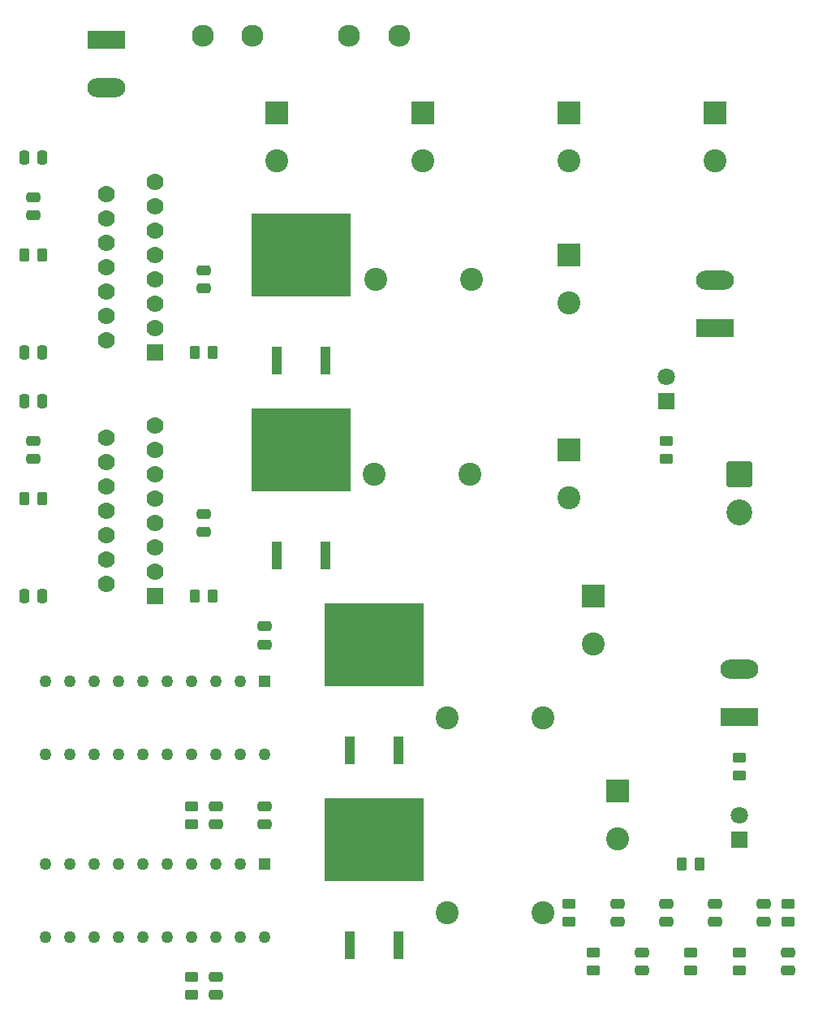
<source format=gbr>
%TF.GenerationSoftware,KiCad,Pcbnew,(6.0.1)*%
%TF.CreationDate,2022-02-19T17:03:56+01:00*%
%TF.ProjectId,PSU,5053552e-6b69-4636-9164-5f7063625858,rev?*%
%TF.SameCoordinates,Original*%
%TF.FileFunction,Soldermask,Top*%
%TF.FilePolarity,Negative*%
%FSLAX46Y46*%
G04 Gerber Fmt 4.6, Leading zero omitted, Abs format (unit mm)*
G04 Created by KiCad (PCBNEW (6.0.1)) date 2022-02-19 17:03:56*
%MOMM*%
%LPD*%
G01*
G04 APERTURE LIST*
G04 Aperture macros list*
%AMRoundRect*
0 Rectangle with rounded corners*
0 $1 Rounding radius*
0 $2 $3 $4 $5 $6 $7 $8 $9 X,Y pos of 4 corners*
0 Add a 4 corners polygon primitive as box body*
4,1,4,$2,$3,$4,$5,$6,$7,$8,$9,$2,$3,0*
0 Add four circle primitives for the rounded corners*
1,1,$1+$1,$2,$3*
1,1,$1+$1,$4,$5*
1,1,$1+$1,$6,$7*
1,1,$1+$1,$8,$9*
0 Add four rect primitives between the rounded corners*
20,1,$1+$1,$2,$3,$4,$5,0*
20,1,$1+$1,$4,$5,$6,$7,0*
20,1,$1+$1,$6,$7,$8,$9,0*
20,1,$1+$1,$8,$9,$2,$3,0*%
G04 Aperture macros list end*
%ADD10RoundRect,0.250000X0.450000X-0.262500X0.450000X0.262500X-0.450000X0.262500X-0.450000X-0.262500X0*%
%ADD11C,1.800000*%
%ADD12R,1.800000X1.800000*%
%ADD13RoundRect,0.250000X0.262500X0.450000X-0.262500X0.450000X-0.262500X-0.450000X0.262500X-0.450000X0*%
%ADD14RoundRect,0.250000X-0.450000X0.262500X-0.450000X-0.262500X0.450000X-0.262500X0.450000X0.262500X0*%
%ADD15RoundRect,0.250000X-0.262500X-0.450000X0.262500X-0.450000X0.262500X0.450000X-0.262500X0.450000X0*%
%ADD16R,1.778000X1.778000*%
%ADD17C,1.778000*%
%ADD18R,0.990600X2.997200*%
%ADD19R,10.337800X8.712200*%
%ADD20C,2.400000*%
%ADD21O,3.960000X1.980000*%
%ADD22R,3.960000X1.980000*%
%ADD23C,2.300000*%
%ADD24C,2.700000*%
%ADD25RoundRect,0.250001X-1.099999X1.099999X-1.099999X-1.099999X1.099999X-1.099999X1.099999X1.099999X0*%
%ADD26R,1.270000X1.270000*%
%ADD27C,1.270000*%
%ADD28RoundRect,0.250000X0.475000X-0.250000X0.475000X0.250000X-0.475000X0.250000X-0.475000X-0.250000X0*%
%ADD29RoundRect,0.250000X-0.475000X0.250000X-0.475000X-0.250000X0.475000X-0.250000X0.475000X0.250000X0*%
%ADD30RoundRect,0.250000X-0.250000X-0.475000X0.250000X-0.475000X0.250000X0.475000X-0.250000X0.475000X0*%
%ADD31R,2.400000X2.400000*%
G04 APERTURE END LIST*
D10*
%TO.C,R2*%
X76200000Y-120292500D03*
X76200000Y-118467500D03*
%TD*%
%TO.C,R14*%
X83820000Y-66952500D03*
X83820000Y-65127500D03*
%TD*%
%TO.C,R13*%
X91440000Y-99972500D03*
X91440000Y-98147500D03*
%TD*%
D11*
%TO.C,D2*%
X83820000Y-58420000D03*
D12*
X83820000Y-60960000D03*
%TD*%
%TO.C,D1*%
X91440000Y-106680000D03*
D11*
X91440000Y-104140000D03*
%TD*%
D13*
%TO.C,R12*%
X18692500Y-71120000D03*
X16867500Y-71120000D03*
%TD*%
D10*
%TO.C,R11*%
X34290000Y-122832500D03*
X34290000Y-121007500D03*
%TD*%
D13*
%TO.C,R10*%
X36472500Y-81280000D03*
X34647500Y-81280000D03*
%TD*%
D14*
%TO.C,R9*%
X96520000Y-113387500D03*
X96520000Y-115212500D03*
%TD*%
%TO.C,R8*%
X91440000Y-118467500D03*
X91440000Y-120292500D03*
%TD*%
%TO.C,R7*%
X86360000Y-118467500D03*
X86360000Y-120292500D03*
%TD*%
D13*
%TO.C,R6*%
X18692500Y-45720000D03*
X16867500Y-45720000D03*
%TD*%
D10*
%TO.C,R5*%
X34290000Y-105052500D03*
X34290000Y-103227500D03*
%TD*%
D13*
%TO.C,R4*%
X36472500Y-55880000D03*
X34647500Y-55880000D03*
%TD*%
D15*
%TO.C,R3*%
X85447500Y-109220000D03*
X87272500Y-109220000D03*
%TD*%
D10*
%TO.C,R1*%
X73660000Y-115212500D03*
X73660000Y-113387500D03*
%TD*%
D16*
%TO.C,U6*%
X30480000Y-81280000D03*
D17*
X25400000Y-80010000D03*
X30480000Y-78740000D03*
X25400000Y-77470000D03*
X30480000Y-76200000D03*
X25400000Y-74930000D03*
X30480000Y-73660000D03*
X25400000Y-72390000D03*
X30480000Y-71120000D03*
X25400000Y-69850000D03*
X30480000Y-68580000D03*
X25400000Y-67310000D03*
X30480000Y-66040000D03*
X25400000Y-64770000D03*
X30480000Y-63500000D03*
%TD*%
D18*
%TO.C,U5*%
X43180000Y-77050900D03*
X48260000Y-77050900D03*
D19*
X45720000Y-66040000D03*
%TD*%
D18*
%TO.C,U4*%
X50800000Y-117690900D03*
X55880000Y-117690900D03*
D19*
X53340000Y-106680000D03*
%TD*%
D16*
%TO.C,U3*%
X30480000Y-55880000D03*
D17*
X25400000Y-54610000D03*
X30480000Y-53340000D03*
X25400000Y-52070000D03*
X30480000Y-50800000D03*
X25400000Y-49530000D03*
X30480000Y-48260000D03*
X25400000Y-46990000D03*
X30480000Y-45720000D03*
X25400000Y-44450000D03*
X30480000Y-43180000D03*
X25400000Y-41910000D03*
X30480000Y-40640000D03*
X25400000Y-39370000D03*
X30480000Y-38100000D03*
%TD*%
D18*
%TO.C,U2*%
X43180000Y-56730900D03*
X48260000Y-56730900D03*
D19*
X45720000Y-45720000D03*
%TD*%
D18*
%TO.C,U1*%
X50800000Y-97370900D03*
X55880000Y-97370900D03*
D19*
X53340000Y-86360000D03*
%TD*%
D20*
%TO.C,L4*%
X63340000Y-68580000D03*
X53340000Y-68580000D03*
%TD*%
%TO.C,L3*%
X70960000Y-114300000D03*
X60960000Y-114300000D03*
%TD*%
%TO.C,L2*%
X63500000Y-48260000D03*
X53500000Y-48260000D03*
%TD*%
%TO.C,L1*%
X60960000Y-93980000D03*
X70960000Y-93980000D03*
%TD*%
D21*
%TO.C,J3*%
X91440000Y-88900000D03*
D22*
X91440000Y-93900000D03*
%TD*%
%TO.C,J5*%
X88900000Y-53340000D03*
D21*
X88900000Y-48340000D03*
%TD*%
D22*
%TO.C,J1*%
X25400000Y-23320000D03*
D21*
X25400000Y-28320000D03*
%TD*%
D23*
%TO.C,F1*%
X40640000Y-22860000D03*
X35440000Y-22860000D03*
X55940000Y-22860000D03*
X50740000Y-22860000D03*
%TD*%
D24*
%TO.C,EMER_STOP1*%
X91440000Y-72540000D03*
D25*
X91440000Y-68580000D03*
%TD*%
D26*
%TO.C,CR2*%
X41910000Y-109220000D03*
D27*
X39370000Y-109220000D03*
X36830000Y-109220000D03*
X34290000Y-109220000D03*
X31750000Y-109220000D03*
X29210000Y-109220000D03*
X26670000Y-109220000D03*
X24130000Y-109220000D03*
X21590000Y-109220000D03*
X19050000Y-109220000D03*
X19050000Y-116840000D03*
X21590000Y-116840000D03*
X24130000Y-116840000D03*
X26670000Y-116840000D03*
X29210000Y-116840000D03*
X31750000Y-116840000D03*
X34290000Y-116840000D03*
X36830000Y-116840000D03*
X39370000Y-116840000D03*
X41910000Y-116840000D03*
%TD*%
D26*
%TO.C,CR1*%
X41910000Y-90170000D03*
D27*
X39370000Y-90170000D03*
X36830000Y-90170000D03*
X34290000Y-90170000D03*
X31750000Y-90170000D03*
X29210000Y-90170000D03*
X26670000Y-90170000D03*
X24130000Y-90170000D03*
X21590000Y-90170000D03*
X19050000Y-90170000D03*
X19050000Y-97790000D03*
X21590000Y-97790000D03*
X24130000Y-97790000D03*
X26670000Y-97790000D03*
X29210000Y-97790000D03*
X31750000Y-97790000D03*
X34290000Y-97790000D03*
X36830000Y-97790000D03*
X39370000Y-97790000D03*
X41910000Y-97790000D03*
%TD*%
D28*
%TO.C,C26*%
X17780000Y-66990000D03*
X17780000Y-65090000D03*
%TD*%
D29*
%TO.C,C25*%
X36830000Y-120970000D03*
X36830000Y-122870000D03*
%TD*%
D30*
%TO.C,C24*%
X16830000Y-60960000D03*
X18730000Y-60960000D03*
%TD*%
D31*
%TO.C,C23*%
X88900000Y-30940000D03*
D20*
X88900000Y-35940000D03*
%TD*%
D31*
%TO.C,C22*%
X73660000Y-30940000D03*
D20*
X73660000Y-35940000D03*
%TD*%
%TO.C,C21*%
X73660000Y-71040000D03*
D31*
X73660000Y-66040000D03*
%TD*%
D29*
%TO.C,C20*%
X35560000Y-72710000D03*
X35560000Y-74610000D03*
%TD*%
D30*
%TO.C,C19*%
X16830000Y-81280000D03*
X18730000Y-81280000D03*
%TD*%
D28*
%TO.C,C18*%
X41910000Y-105090000D03*
X41910000Y-103190000D03*
%TD*%
%TO.C,C17*%
X96520000Y-120330000D03*
X96520000Y-118430000D03*
%TD*%
D31*
%TO.C,C16*%
X78740000Y-101600000D03*
D20*
X78740000Y-106600000D03*
%TD*%
D29*
%TO.C,C15*%
X93980000Y-113350000D03*
X93980000Y-115250000D03*
%TD*%
D28*
%TO.C,C14*%
X81280000Y-118430000D03*
X81280000Y-120330000D03*
%TD*%
%TO.C,C13*%
X17780000Y-41590000D03*
X17780000Y-39690000D03*
%TD*%
D29*
%TO.C,C12*%
X36830000Y-103190000D03*
X36830000Y-105090000D03*
%TD*%
D30*
%TO.C,C11*%
X16830000Y-35560000D03*
X18730000Y-35560000D03*
%TD*%
D31*
%TO.C,C10*%
X58420000Y-30940000D03*
D20*
X58420000Y-35940000D03*
%TD*%
D31*
%TO.C,C9*%
X43180000Y-30940000D03*
D20*
X43180000Y-35940000D03*
%TD*%
%TO.C,C8*%
X73660000Y-50720000D03*
D31*
X73660000Y-45720000D03*
%TD*%
D29*
%TO.C,C7*%
X35560000Y-47310000D03*
X35560000Y-49210000D03*
%TD*%
D30*
%TO.C,C6*%
X16830000Y-55880000D03*
X18730000Y-55880000D03*
%TD*%
D28*
%TO.C,C5*%
X41910000Y-86360000D03*
X41910000Y-84460000D03*
%TD*%
D29*
%TO.C,C4*%
X88900000Y-113350000D03*
X88900000Y-115250000D03*
%TD*%
D31*
%TO.C,C3*%
X76200000Y-81280000D03*
D20*
X76200000Y-86280000D03*
%TD*%
D29*
%TO.C,C2*%
X83820000Y-113350000D03*
X83820000Y-115250000D03*
%TD*%
%TO.C,C1*%
X78740000Y-113350000D03*
X78740000Y-115250000D03*
%TD*%
M02*

</source>
